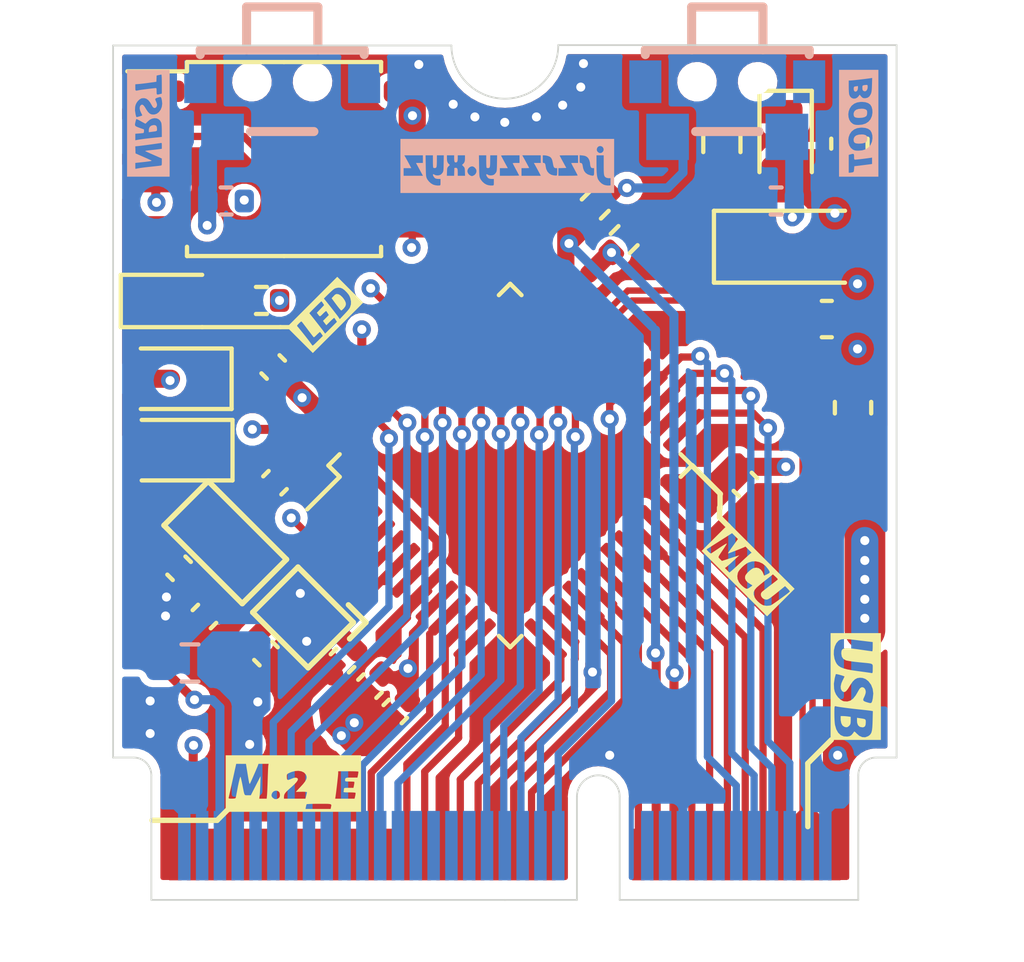
<source format=kicad_pcb>
(kicad_pcb (version 20211014) (generator pcbnew)
  (layers (0 "F.Cu" signal) (1 "In1.Cu" signal) (2 "In2.Cu" signal) (31 "B.Cu" signal) (34 "B.Paste" user) (35 "F.Paste" user) (36 "B.SilkS" user "B.Silkscreen") (37 "F.SilkS" user "F.Silkscreen") (38 "B.Mask" user) (39 "F.Mask" user) (44 "Edge.Cuts" user))
  (net 0 "")
  (net 1 "+3V3")
  (net 2 "GNDD")
  (net 3 "GNDA")
  (net 4 "/PC14")
  (net 5 "/PC15")
  (net 6 "/VBAT")
  (net 7 "/VBAT_IN")
  (net 8 "/PC13")
  (net 9 "Net-(D5-Pad1)")
  (net 10 "/USB_D+")
  (net 11 "/USB_D-")
  (net 12 "/PB12")
  (net 13 "/PB13")
  (net 14 "/PB11")
  (net 15 "/PB14")
  (net 16 "/PB10")
  (net 17 "/PB15")
  (net 18 "/PB2")
  (net 20 "/PB1")
  (net 22 "/PB0")
  (net 25 "/PA7")
  (net 26 "/PA8")
  (net 27 "/PA9")
  (net 28 "/PA6")
  (net 29 "/PA10")
  (net 30 "/PA5")
  (net 31 "/PA14")
  (net 32 "/PA15")
  (net 33 "/PA4")
  (net 35 "/PA3")
  (net 38 "/PA2")
  (net 40 "/PA1")
  (net 41 "/PB3")
  (net 43 "/PB4")
  (net 44 "/PA0")
  (net 45 "/PB5")
  (net 47 "/PB6")
  (net 50 "/PB7")
  (net 52 "/PB8")
  (net 53 "/PB9")
  (net 59 "/BOOT0")
  (net 60 "/NRST")
  (net 61 "/PF7")
  (net 62 "/PF6")
  (net 63 "/PF0")
  (net 64 "/PF1")
  (net 65 "/PA13")
  (net 66 "/CS")
  (net 71 "Net-(D3-Pad2)")
  (net 72 "+3.3VA")
  (footprint "Fuse:Fuse_0603_1608Metric" (layer "F.Cu") (at 144.8354 64.0842 90)
    (fp_text reference "F1" hide)
    (fp_text value "Fuse" hide)
  )
  (footprint "Capacitor_SMD:C_0402_1005Metric" (layer "F.Cu") (at 141.8128 66.2432 -45)
    (fp_text reference "C2" hide)
    (fp_text value "100NF" hide)
  )
  (footprint "Capacitor_SMD:C_0603_1608Metric" (layer "F.Cu") (at 144.0988 61.595 180)
    (fp_text reference "C11" hide)
    (fp_text value "10UF" hide)
  )
  (footprint "Capacitor_SMD:C_0402_1005Metric" (layer "F.Cu") (at 130.500589 71.190611 -135)
    (fp_text reference "C8" hide)
    (fp_text value "NOT DEFINE" hide)
  )
  (footprint "LED_SMD:LED_0603_1608Metric" (layer "F.Cu") (at 142.9431 56.6674 -90)
    (fp_text reference "D5" hide)
    (fp_text value "LED" hide)
  )
  (footprint "LOGO" (layer "F.Cu") (at 129.1128 74.6358)
    (fp_text reference "G***" hide)
    (fp_text value "LOGO" hide)
  )
  (footprint "LOGO" (layer "F.Cu") (at 130.0018 61.4786 45)
    (fp_text reference "G***" hide)
    (fp_text value "LOGO" hide)
  )
  (footprint "Resistor_SMD:R_0402_1005Metric" (layer "F.Cu") (at 128.2238 61.0722 180)
    (fp_text reference "R4" hide)
    (fp_text value "1K" hide)
  )
  (footprint "kicad_lceda:OSC-SMD_4P-L2.5-W2.0-BL.kicad_mod" (layer "F.Cu") (at 129.3922 69.977 135)
    (fp_text reference "X2" hide)
    (fp_text value "7R24000E12UBE" hide)
  )
  (footprint "Capacitor_SMD:C_0402_1005Metric" (layer "F.Cu") (at 126.6236 69.9516 -135)
    (fp_text reference "C9" hide)
    (fp_text value "NOT DEFINE" hide)
  )
  (footprint "Diode_SMD:D_SOD-323" (layer "F.Cu") (at 125.887 63.2714 180)
    (fp_text reference "D1" hide)
    (fp_text value "BAT60A" hide)
  )
  (footprint "Capacitor_SMD:C_0402_1005Metric" (layer "F.Cu") (at 131.983 72.6186 -135)
    (fp_text reference "C5" hide)
    (fp_text value "1UF" hide)
  )
  (footprint "LOGO" (layer "F.Cu") (at 141.889 68.6414 -45)
    (fp_text reference "G***" hide)
    (fp_text value "LOGO" hide)
  )
  (footprint "Connector_PCBEdge:NGFF_E" (layer "F.Cu") (at 135.0582 77.913)
    (fp_text reference "J1" hide)
    (fp_text value "Bus_M.2_Socket_E" hide)
    (fp_line (start 3.225 -2.9) (end 3.225 0) (layer "Edge.Cuts") (width 0.05))
    (fp_line (start 10.425 -4) (end 11 -4) (layer "Edge.Cuts") (width 0.05))
    (fp_line (start 0 0) (end 2.025 0) (layer "Edge.Cuts") (width 0.05))
    (fp_line (start 9.925 0) (end 9.925 -3.5) (layer "Edge.Cuts") (width 0.05))
    (fp_line (start 2.025 0) (end 2.025 -2.9) (layer "Edge.Cuts") (width 0.05))
    (fp_line (start -11 -4) (end -10.425 -4) (layer "Edge.Cuts") (width 0.05))
    (fp_line (start -9.925 -3.5) (end -9.925 0) (layer "Edge.Cuts") (width 0.05))
    (fp_line (start -9.925 0) (end 0 0) (layer "Edge.Cuts") (width 0.05))
    (fp_line (start 3.225 0) (end 9.925 0) (layer "Edge.Cuts") (width 0.05))
    (fp_arc (start -10.425 -4) (mid -10.071447 -3.853553) (end -9.925 -3.5) (layer "Edge.Cuts") (width 0.05))
    (fp_arc (start 2.025 -2.9) (mid 2.625 -3.5) (end 3.225 -2.9) (layer "Edge.Cuts") (width 0.05))
    (fp_arc (start 9.925 -3.5) (mid 10.071447 -3.853553) (end 10.425 -4) (layer "Edge.Cuts") (width 0.05))
  )
  (footprint "LED_SMD:LED_0603_1608Metric" (layer "F.Cu") (at 125.76 61.087)
    (fp_text reference "D3" hide)
    (fp_text value "LED" hide)
  )
  (footprint "kicad_lceda:FC-12M_L2.0-W1.2" (layer "F.Cu") (at 127.2078 67.8688 -45)
    (fp_text reference "X1" hide)
    (fp_text value "FC-12M32.768KHZ7PF20PPM" hide)
  )
  (footprint "LOGO" (layer "F.Cu") (at 144.9116 71.918 -90)
    (fp_text reference "G***" hide)
    (fp_text value "LOGO" hide)
  )
  (footprint "Diode_SMD:D_SOD-323" (layer "F.Cu") (at 125.9124 65.278 180)
    (fp_text reference "D2" hide)
    (fp_text value "BAT60A" hide)
  )
  (footprint "Package_SO:SOIC-8_5.23x5.23mm_P1.27mm" (layer "F.Cu") (at 128.8588 57.0992)
    (fp_text reference "U2" hide)
    (fp_text value "W25Q32JVSS" hide)
  )
  (footprint "Diode_SMD:D_SMF" (layer "F.Cu") (at 143.2098 59.563)
    (fp_text reference "D4" hide)
    (fp_text value "BZD27Cxx" hide)
  )
  (footprint "Resistor_SMD:R_0402_1005Metric" (layer "F.Cu") (at 138.4092 59.3598 45)
    (fp_text reference "R6" hide)
    (fp_text value "0" hide)
  )
  (footprint "Package_QFP:LQFP-48_7x7mm_P0.5mm" (layer "F.Cu") (at 135.2088 65.7098 45)
    (fp_text reference "U1" hide)
    (fp_text value "STM32F030C6Tx" hide)
  )
  (footprint "Capacitor_SMD:C_0402_1005Metric" (layer "F.Cu") (at 128.6048 66.1924 -135)
    (fp_text reference "C6" hide)
    (fp_text value "1UF" hide)
  )
  (footprint "Capacitor_SMD:C_0402_1005Metric" (layer "F.Cu") (at 128.554 62.9412 135)
    (fp_text reference "C3" hide)
    (fp_text value "4.7UF" hide)
  )
  (footprint "Resistor_SMD:R_0402_1005Metric" (layer "F.Cu") (at 137.5964 58.3946 45)
    (fp_text reference "R5" hide)
    (fp_text value "0" hide)
  )
  (footprint "Capacitor_SMD:C_0603_1608Metric" (layer "F.Cu") (at 144.7338 56.6674 90)
    (fp_text reference "C1" hide)
    (fp_text value "10UF" hide)
  )
  (footprint "Capacitor_SMD:C_0402_1005Metric" (layer "F.Cu") (at 128.3508 70.993 -45)
    (fp_text reference "C10" hide)
    (fp_text value "NOT DEFINE" hide)
  )
  (footprint "Capacitor_SMD:C_0402_1005Metric" (layer "F.Cu") (at 125.9124 68.596189 -45)
    (fp_text reference "C7" hide)
    (fp_text value "NOT DEFINE" hide)
  )
  (footprint "Capacitor_SMD:C_0402_1005Metric" (layer "F.Cu") (at 131.2718 71.9074 -135)
    (fp_text reference "C4" hide)
    (fp_text value "10NF" hide)
  )
  (footprint "Resistor_SMD:R_0603_1608Metric" (layer "F.Cu") (at 141.1524 56.6674 -90)
    (fp_text reference "R7" hide)
    (fp_text value "1K" hide)
  )
  (footprint "Resistor_SMD:R_0402_1005Metric" (layer "B.Cu") (at 142.6764 58.2782 180)
    (fp_text reference "R1" hide)
    (fp_text value "4.7K" hide)
  )
  (footprint "kicad_lceda:SW-SMD_TS24CA" (layer "B.Cu") (at 128.807997 55.7022 180)
    (fp_text reference "SW2" hide)
    (fp_text value "TS24CA" hide)
  )
  (footprint "LOGO" (layer "B.Cu") (at 135.1326 57.2876 180)
    (fp_text reference "G***" hide)
    (fp_text value "LOGO" hide)
  )
  (footprint "Resistor_SMD:R_0402_1005Metric" (layer "B.Cu") (at 127.2332 58.2782 180)
    (fp_text reference "R3" hide)
    (fp_text value "4.7K" hide)
  )
  (footprint "kicad_lceda:SW-SMD_TS24CA" (layer "B.Cu") (at 141.304797 55.7022 180)
    (fp_text reference "SW1" hide)
    (fp_text value "TS24CA" hide)
  )
  (footprint "LOGO" (layer "B.Cu") (at 144.9878 56.0938 -90)
    (fp_text reference "G***" hide)
    (fp_text value "LOGO" hide)
  )
  (footprint "Resistor_SMD:R_0603_1608Metric" (layer "B.Cu") (at 126.2172 71.2576 180)
    (fp_text reference "R2" hide)
    (fp_text value "0R" hide)
  )
  (footprint "LOGO" (layer "B.Cu") (at 125.0488 56.093761 90)
    (fp_text reference "G***" hide)
    (fp_text value "LOGO" hide)
  )
  (gr_line (start 144.2258 73.4166) (end 143.5654 74.077) (layer "F.SilkS") (width 0.15))
  (gr_line (start 143.5654 74.077) (end 143.5654 75.855) (layer "F.SilkS") (width 0.15))
  (gr_line (start 141.0868 67.1682) (end 141.3302 67.4116) (layer "F.SilkS") (width 0.15))
  (gr_line (start 125.4806 75.6772) (end 125.1504 75.6772) (layer "F.SilkS") (width 0.15))
  (gr_line (start 141.1016 66.5205) (end 141.1016 66.9015) (layer "F.SilkS") (width 0.15))
  (gr_line (start 126.56 61.822) (end 128.7572 61.822) (layer "F.SilkS") (width 0.12))
  (gr_line (start 128.7572 61.822) (end 129.0112 61.822) (layer "F.SilkS") (width 0.12))
  (gr_line (start 126.9792 75.6772) (end 127.3348 75.3216) (layer "F.SilkS") (width 0.15))
  (gr_line (start 125.4806 75.6772) (end 126.9792 75.6772) (layer "F.SilkS") (width 0.15))
  (gr_line (start 141.0868 66.8888) (end 141.0868 67.1682) (layer "F.SilkS") (width 0.15))
  (gr_line (start 140.314111 65.7098) (end 141.112111 66.5078) (layer "F.SilkS") (width 0.15))
  (gr_line (start 124.0582 73.913) (end 124.0582 53.9094) (layer "Edge.Cuts") (width 0.05))
  (gr_line (start 146.0582 53.8988) (end 136.5582 53.8988) (layer "Edge.Cuts") (width 0.05))
  (gr_arc (start 136.5582 53.8988) (mid 135.063501 55.404398) (end 133.5582 53.9094) (layer "Edge.Cuts") (width 0.05))
  (gr_line (start 124.0582 53.9094) (end 133.5582 53.9094) (layer "Edge.Cuts") (width 0.05))
  (gr_line (start 146.0582 73.913) (end 146.0582 53.8988) (layer "Edge.Cuts") (width 0.05))
  (segment (start 125.2588 58.2998) (end 125.2588 57.7342) (width 0.254) (layer "F.Cu") (net 1))
  (segment (start 141.473389 65.903789) (end 141.631378 65.7458) (width 0.508) (layer "F.Cu") (net 1))
  (segment (start 125.6838 63.2714) (end 125.6584 63.2968) (width 0.254) (layer "F.Cu") (net 1))
  (segment (start 125.6584 63.2968) (end 125.6584 63.3222) (width 0.254) (layer "F.Cu") (net 1))
  (segment (start 124.837 63.2714) (end 125.6838 63.2714) (width 0.508) (layer "F.Cu") (net 1))
  (segment (start 141.631378 65.7458) (end 142.94908 65.7458) (width 0.508) (layer "F.Cu") (net 1))
  (segment (start 125.2774 58.3184) (end 125.2588 58.2998) (width 0.254) (layer "F.Cu") (net 1))
  (segment (start 132.4588 55.1942) (end 132.4588 56.4642) (width 0.762) (layer "F.Cu") (net 1))
  (segment (start 141.473389 65.903789) (end 141.534289 65.842889) (width 0.508) (layer "F.Cu") (net 1))
  (via (at 144.3274 58.6232) (size 0.508) (drill 0.254) (layers "F.Cu" "B.Cu") (net 1))
  (via (at 138.4854 57.912) (size 0.508) (drill 0.254) (layers "F.Cu" "B.Cu") (net 1))
  (via (at 127.7412 58.2528) (size 0.508) (drill 0.254) (layers "F.Cu" "B.Cu") (net 1))
  (via (at 125.2774 58.3184) (size 0.508) (drill 0.254) (layers "F.Cu" "B.Cu") (net 1))
  (via (at 132.3386 71.41) (size 0.508) (drill 0.254) (layers "F.Cu" "B.Cu") (net 1))
  (via (at 125.6584 63.3222) (size 0.508) (drill 0.254) (layers "F.Cu" "B.Cu") (net 1))
  (via (at 129.3668 63.8048) (size 0.508) (drill 0.254) (layers "F.Cu" "B.Cu") (net 1))
  (via (at 142.94908 65.7458) (size 0.508) (drill 0.254) (layers "F.Cu" "B.Cu") (net 1))
  (via (at 144.9624 60.6044) (size 0.508) (drill 0.254) (layers "F.Cu" "B.Cu") (net 1))
  (via (at 132.4656 55.88) (size 0.508) (drill 0.254) (layers "F.Cu" "B.Cu") (net 1))
  (via (at 144.9624 62.4332) (size 0.508) (drill 0.254) (layers "F.Cu" "B.Cu") (net 1))
  (segment (start 140.06145 57.47895) (end 140.06145 56.23305) (width 0.254) (layer "B.Cu") (net 1))
  (segment (start 138.4854 57.912) (end 139.6284 57.912) (width 0.254) (layer "B.Cu") (net 1))
  (segment (start 139.6284 57.912) (end 140.06145 57.47895) (width 0.254) (layer "B.Cu") (net 1))
  (via (at 125.5314 69.9368) (size 0.508) (drill 0.254) (layers "F.Cu" "B.Cu") (net 2))
  (via (at 135.0564 56.0684) (size 0.508) (drill 0.254) (layers "F.Cu" "B.Cu") (net 2))
  (via (at 138.0028 73.8484) (size 0.508) (drill 0.254) (layers "F.Cu" "B.Cu") (net 2))
  (via (at 132.6434 54.4428) (size 0.508) (drill 0.254) (layers "F.Cu" "B.Cu") (net 2))
  (via (at 137.5202 71.5116) (size 0.508) (drill 0.254) (layers "F.Cu" "B.Cu") (net 2))
  (via (at 137.2662 54.4174) (size 0.508) (drill 0.254) (layers "F.Cu" "B.Cu") (net 2))
  (via (at 129.316 69.3018) (size 0.508) (drill 0.254) (layers "F.Cu" "B.Cu") (net 2))
  (via (at 137.19 55.0778) (size 0.508) (drill 0.254) (layers "F.Cu" "B.Cu") (net 2))
  (via (at 129.4938 70.648) (size 0.508) (drill 0.254) (layers "F.Cu" "B.Cu") (net 2))
  (via (at 136.682 55.5858) (size 0.508) (drill 0.254) (layers "F.Cu" "B.Cu") (net 2))
  (via (at 135.9454 55.916) (size 0.508) (drill 0.254) (layers "F.Cu" "B.Cu") (net 2))
  (via (at 144.4036 73.8484) (size 0.508) (drill 0.254) (layers "F.Cu" "B.Cu") (net 2))
  (via (at 133.6086 55.5604) (size 0.508) (drill 0.254) (layers "F.Cu" "B.Cu") (net 2))
  (via (at 134.2182 55.916) (size 0.508) (drill 0.254) (layers "F.Cu" "B.Cu") (net 2))
  (via (at 125.5568 69.4034) (size 0.508) (drill 0.254) (layers "F.Cu" "B.Cu") (net 2))
  (segment (start 132.795798 69.183462) (end 132.787138 69.183462) (width 0.2032) (layer "F.Cu") (net 3))
  (via (at 127.8936 73.5436) (size 0.508) (drill 0.254) (layers "F.Cu" "B.Cu") (net 3))
  (via (at 130.468403 73.299003) (size 0.508) (drill 0.254) (layers "F.Cu" "B.Cu") (net 3))
  (via (at 130.831871 72.935535) (size 0.508) (drill 0.254) (layers "F.Cu" "B.Cu") (net 3))
  (via (at 128.1222 72.3498) (size 0.508) (drill 0.254) (layers "F.Cu" "B.Cu") (net 3))
  (segment (start 131.028031 67.415695) (end 130.498246 67.94548) (width 0.2032) (layer "F.Cu") (net 4))
  (segment (start 125.549822 68.256778) (end 125.598508 68.256778) (width 0.2032) (layer "F.Cu") (net 4))
  (segment (start 128.80848 67.94548) (end 127.6904 66.8274) (width 0.2032) (layer "F.Cu") (net 4))
  (segment (start 130.498246 67.94548) (end 128.80848 67.94548) (width 0.2032) (layer "F.Cu") (net 4))
  (segment (start 125.598508 68.256778) (end 126.597143 67.258143) (width 0.508) (layer "F.Cu") (net 4))
  (segment (start 127.027886 66.8274) (end 126.597143 67.258143) (width 0.2032) (layer "F.Cu") (net 4))
  (segment (start 127.6904 66.8274) (end 127.027886 66.8274) (width 0.2032) (layer "F.Cu") (net 4))
  (segment (start 130.875634 68.2752) (end 131.381585 67.769249) (width 0.2032) (layer "F.Cu") (net 5))
  (segment (start 127.818457 68.479457) (end 128.022714 68.2752) (width 0.2032) (layer "F.Cu") (net 5))
  (segment (start 127.818457 68.680543) (end 126.912211 69.586789) (width 0.508) (layer "F.Cu") (net 5))
  (segment (start 127.818457 68.479457) (end 127.818457 68.680543) (width 0.2032) (layer "F.Cu") (net 5))
  (segment (start 128.022714 68.2752) (end 130.875634 68.2752) (width 0.2032) (layer "F.Cu") (net 5))
  (segment (start 128.944211 65.852989) (end 128.699422 65.6082) (width 0.508) (layer "F.Cu") (net 6))
  (segment (start 127.2926 65.6082) (end 126.9624 65.278) (width 0.508) (layer "F.Cu") (net 6))
  (segment (start 126.937 65.2526) (end 126.9624 65.278) (width 0.254) (layer "F.Cu") (net 6))
  (segment (start 128.699422 65.6082) (end 127.2926 65.6082) (width 0.508) (layer "F.Cu") (net 6))
  (segment (start 126.937 63.2714) (end 126.937 65.2526) (width 0.508) (layer "F.Cu") (net 6))
  (segment (start 124.5408 65.5996) (end 124.8624 65.278) (width 0.254) (layer "F.Cu") (net 7))
  (segment (start 126.3442 72.289387) (end 126.334587 72.289387) (width 0.254) (layer "F.Cu") (net 7))
  (segment (start 124.5408 70.4956) (end 124.5408 65.5996) (width 0.254) (layer "F.Cu") (net 7))
  (segment (start 126.334587 72.289387) (end 124.5408 70.4956) (width 0.254) (layer "F.Cu") (net 7))
  (via (at 126.3442 72.289387) (size 0.508) (drill 0.254) (layers "F.Cu" "B.Cu") (net 7))
  (segment (start 127.0582 72.505) (end 127.0582 76.388) (width 0.254) (layer "B.Cu") (net 7))
  (segment (start 126.842587 72.289387) (end 127.0582 72.505) (width 0.254) (layer "B.Cu") (net 7))
  (segment (start 126.3442 72.289387) (end 126.842587 72.289387) (width 0.254) (layer "B.Cu") (net 7))
  (segment (start 130.12086 67.61576) (end 130.674478 67.062142) (width 0.2032) (layer "F.Cu") (net 8))
  (segment (start 126.3188 73.569) (end 126.3082 73.5796) (width 0.254) (layer "F.Cu") (net 8))
  (segment (start 126.3082 73.5796) (end 126.3082 76.638) (width 0.254) (layer "F.Cu") (net 8))
  (segment (start 129.49476 67.61576) (end 130.12086 67.61576) (width 0.2032) (layer "F.Cu") (net 8))
  (segment (start 129.062 67.183) (end 129.49476 67.61576) (width 0.2032) (layer "F.Cu") (net 8))
  (via (at 126.3188 73.569) (size 0.508) (drill 0.254) (layers "F.Cu" "B.Cu") (net 8))
  (via (at 128.7318 61.0722) (size 0.508) (drill 0.254) (layers "F.Cu" "B.Cu") (net 8))
  (via (at 129.062 67.183) (size 0.508) (drill 0.254) (layers "F.Cu" "B.Cu") (net 8))
  (segment (start 141.1524 55.8424) (end 142.9056 55.8424) (width 0.508) (layer "F.Cu") (net 9))
  (segment (start 142.9056 55.8424) (end 142.9431 55.8799) (width 0.508) (layer "F.Cu") (net 9))
  (segment (start 141.134066 60.7949) (end 143.6979 63.358734) (width 0.1778) (layer "F.Cu") (net 10))
  (segment (start 143.8082 75.550499) (end 143.8082 76.638) (width 0.1778) (layer "F.Cu") (net 10))
  (segment (start 137.424236 61.882585) (end 138.511921 60.7949) (width 0.1778) (layer "F.Cu") (net 10))
  (segment (start 143.6979 75.440199) (end 143.8082 75.550499) (width 0.1778) (layer "F.Cu") (net 10))
  (segment (start 143.6979 63.358734) (end 143.6979 75.440199) (width 0.1778) (layer "F.Cu") (net 10))
  (segment (start 137.268249 61.882585) (end 137.424236 61.882585) (width 0.1778) (layer "F.Cu") (net 10))
  (segment (start 138.511921 60.7949) (end 141.134066 60.7949) (width 0.1778) (layer "F.Cu") (net 10))
  (segment (start 141.018334 61.0743) (end 143.4185 63.474466) (width 0.1778) (layer "F.Cu") (net 11))
  (segment (start 138.627653 61.0743) (end 141.018334 61.0743) (width 0.1778) (layer "F.Cu") (net 11))
  (segment (start 143.3082 75.550499) (end 143.3082 76.638) (width 0.1778) (layer "F.Cu") (net 11))
  (segment (start 137.621802 62.236138) (end 137.621802 62.080151) (width 0.1778) (layer "F.Cu") (net 11))
  (segment (start 143.4185 75.440199) (end 143.3082 75.550499) (width 0.1778) (layer "F.Cu") (net 11))
  (segment (start 143.4185 63.474466) (end 143.4185 75.440199) (width 0.1778) (layer "F.Cu") (net 11))
  (segment (start 137.621802 62.080151) (end 138.627653 61.0743) (width 0.1778) (layer "F.Cu") (net 11))
  (segment (start 140.571088 64.2366) (end 140.096676 64.711012) (width 0.2032) (layer "F.Cu") (net 12))
  (segment (start 142.4473 64.6536) (end 142.0303 64.2366) (width 0.2032) (layer "F.Cu") (net 12))
  (segment (start 142.0303 64.2366) (end 140.571088 64.2366) (width 0.2032) (layer "F.Cu") (net 12))
  (via (at 142.4473 64.6536) (size 0.508) (drill 0.254) (layers "F.Cu" "B.Cu") (net 12))
  (segment (start 142.4478 64.6541) (end 142.4478 73.4568) (width 0.2032) (layer "B.Cu") (net 12))
  (segment (start 142.4478 73.4568) (end 143.0582 74.0672) (width 0.2032) (layer "B.Cu") (net 12))
  (segment (start 143.0582 74.0672) (end 143.0582 76.388) (width 0.2032) (layer "B.Cu") (net 12))
  (segment (start 142.4473 64.6536) (end 142.4478 64.6541) (width 0.2032) (layer "B.Cu") (net 12))
  (segment (start 141.812246 63.6016) (end 140.49898 63.6016) (width 0.2032) (layer "F.Cu") (net 13))
  (segment (start 141.965146 63.7545) (end 141.812246 63.6016) (width 0.2032) (layer "F.Cu") (net 13))
  (segment (start 140.49898 63.6016) (end 139.743122 64.357458) (width 0.2032) (layer "F.Cu") (net 13))
  (via (at 141.965146 63.7545) (size 0.508) (drill 0.254) (layers "F.Cu" "B.Cu") (net 13))
  (segment (start 141.965146 63.7545) (end 141.9652 63.754554) (width 0.2032) (layer "B.Cu") (net 13))
  (segment (start 142.5582 74.2022) (end 142.5582 76.388) (width 0.2032) (layer "B.Cu") (net 13))
  (segment (start 141.9652 63.754554) (end 141.9652 73.6092) (width 0.2032) (layer "B.Cu") (net 13))
  (segment (start 141.9652 73.6092) (end 142.5582 74.2022) (width 0.2032) (layer "B.Cu") (net 13))
  (segment (start 139.403895 67.415695) (end 142.3082 70.32) (width 0.2032) (layer "F.Cu") (net 14))
  (segment (start 142.3082 70.32) (end 142.3082 76.638) (width 0.2032) (layer "F.Cu") (net 14))
  (segment (start 139.389569 67.415695) (end 139.403895 67.415695) (width 0.2032) (layer "F.Cu") (net 14))
  (segment (start 141.2286 63.119) (end 140.2634 63.119) (width 0.2032) (layer "F.Cu") (net 15))
  (segment (start 140.2634 63.119) (end 139.389569 63.992831) (width 0.2032) (layer "F.Cu") (net 15))
  (segment (start 139.389569 63.992831) (end 139.389569 64.003905) (width 0.2032) (layer "F.Cu") (net 15))
  (via (at 141.2286 63.119) (size 0.508) (drill 0.254) (layers "F.Cu" "B.Cu") (net 15))
  (segment (start 141.432289 73.787489) (end 142.0582 74.4134) (width 0.2032) (layer "B.Cu") (net 15))
  (segment (start 141.2286 63.119) (end 141.432289 63.322689) (width 0.2032) (layer "B.Cu") (net 15))
  (segment (start 141.432289 63.322689) (end 141.432289 73.787489) (width 0.2032) (layer "B.Cu") (net 15))
  (segment (start 142.0582 74.4134) (end 142.0582 76.388) (width 0.2032) (layer "B.Cu") (net 15))
  (segment (start 139.036015 67.769249) (end 139.046249 67.769249) (width 0.2032) (layer "F.Cu") (net 16))
  (segment (start 139.046249 67.769249) (end 141.8082 70.5312) (width 0.2032) (layer "F.Cu") (net 16))
  (segment (start 141.8082 70.5312) (end 141.8082 76.638) (width 0.2032) (layer "F.Cu") (net 16))
  (segment (start 140.5428 62.6369) (end 140.5179 62.6618) (width 0.2032) (layer "F.Cu") (net 17))
  (segment (start 139.036015 63.635185) (end 139.036015 63.650351) (width 0.2032) (layer "F.Cu") (net 17))
  (segment (start 140.5179 62.6618) (end 140.0094 62.6618) (width 0.2032) (layer "F.Cu") (net 17))
  (segment (start 140.0094 62.6618) (end 139.036015 63.635185) (width 0.2032) (layer "F.Cu") (net 17))
  (via (at 140.5428 62.6369) (size 0.508) (drill 0.254) (layers "F.Cu" "B.Cu") (net 17))
  (segment (start 140.746489 73.889089) (end 141.5582 74.7008) (width 0.2032) (layer "B.Cu") (net 17))
  (segment (start 141.5582 74.7008) (end 141.5582 76.388) (width 0.2032) (layer "B.Cu") (net 17))
  (segment (start 140.5428 62.6369) (end 140.746489 62.840589) (width 0.2032) (layer "B.Cu") (net 17))
  (segment (start 140.746489 62.840589) (end 140.746489 73.889089) (width 0.2032) (layer "B.Cu") (net 17))
  (segment (start 138.682462 68.122802) (end 141.3082 70.74854) (width 0.2032) (layer "F.Cu") (net 18))
  (segment (start 141.3082 70.74854) (end 141.3082 76.638) (width 0.2032) (layer "F.Cu") (net 18))
  (segment (start 138.328909 68.476355) (end 140.8082 70.955646) (width 0.2032) (layer "F.Cu") (net 20))
  (segment (start 140.8082 70.955646) (end 140.8082 76.638) (width 0.2032) (layer "F.Cu") (net 20))
  (segment (start 137.975355 68.829909) (end 137.975355 68.831955) (width 0.2032) (layer "F.Cu") (net 22))
  (segment (start 140.3082 71.1648) (end 140.3082 76.638) (width 0.2032) (layer "F.Cu") (net 22))
  (segment (start 137.975355 68.831955) (end 140.3082 71.1648) (width 0.2032) (layer "F.Cu") (net 22))
  (segment (start 137.621802 69.183462) (end 138.8082 70.36986) (width 0.2032) (layer "F.Cu") (net 25))
  (segment (start 138.8082 70.36986) (end 138.8082 76.638) (width 0.2032) (layer "F.Cu") (net 25))
  (segment (start 138.0028 63.97646) (end 138.682462 63.296798) (width 0.2032) (layer "F.Cu") (net 26))
  (segment (start 138.0028 64.3996) (end 138.0028 63.97646) (width 0.2032) (layer "F.Cu") (net 26))
  (via (at 138.0028 64.3996) (size 0.508) (drill 0.254) (layers "F.Cu" "B.Cu") (net 26))
  (segment (start 138.0536 64.4504) (end 138.0536 72.3244) (width 0.2032) (layer "B.Cu") (net 26))
  (segment (start 136.5582 73.8198) (end 136.5582 76.388) (width 0.2032) (layer "B.Cu") (net 26))
  (segment (start 138.0028 64.3996) (end 138.0536 64.4504) (width 0.2032) (layer "B.Cu") (net 26))
  (segment (start 138.0536 72.3244) (end 136.5582 73.8198) (width 0.2032) (layer "B.Cu") (net 26))
  (segment (start 137.039592 64.232562) (end 138.328909 62.943245) (width 0.2032) (layer "F.Cu") (net 27))
  (segment (start 137.039592 64.901705) (end 137.039592 64.232562) (width 0.2032) (layer "F.Cu") (net 27))
  (via (at 137.039592 64.901705) (size 0.508) (drill 0.254) (layers "F.Cu" "B.Cu") (net 27))
  (segment (start 137.0122 72.5678) (end 136.0582 73.5218) (width 0.2032) (layer "B.Cu") (net 27))
  (segment (start 137.0122 64.929097) (end 137.0122 72.5678) (width 0.2032) (layer "B.Cu") (net 27))
  (segment (start 137.039592 64.901705) (end 137.0122 64.929097) (width 0.2032) (layer "B.Cu") (net 27))
  (segment (start 136.0582 73.5218) (end 136.0582 76.388) (width 0.2032) (layer "B.Cu") (net 27))
  (segment (start 135.8082 74.8894) (end 135.8082 76.638) (width 0.2032) (layer "F.Cu") (net 28))
  (segment (start 137.268249 69.537015) (end 137.268249 69.547249) (width 0.2032) (layer "F.Cu") (net 28))
  (segment (start 138.4092 70.6882) (end 138.4092 72.2884) (width 0.2032) (layer "F.Cu") (net 28))
  (segment (start 137.268249 69.547249) (end 138.4092 70.6882) (width 0.2032) (layer "F.Cu") (net 28))
  (segment (start 138.4092 72.2884) (end 135.8082 74.8894) (width 0.2032) (layer "F.Cu") (net 28))
  (segment (start 136.556284 64.4906) (end 136.556284 64.008762) (width 0.2032) (layer "F.Cu") (net 29))
  (segment (start 136.556284 64.008762) (end 137.975355 62.589691) (width 0.2032) (layer "F.Cu") (net 29))
  (via (at 136.556284 64.4906) (size 0.508) (drill 0.254) (layers "F.Cu" "B.Cu") (net 29))
  (segment (start 135.51079 73.35801) (end 135.51079 76.34059) (width 0.2032) (layer "B.Cu") (net 29))
  (segment (start 136.555 64.491884) (end 136.555 72.3138) (width 0.2032) (layer "B.Cu") (net 29))
  (segment (start 136.556284 64.4906) (end 136.555 64.491884) (width 0.2032) (layer "B.Cu") (net 29))
  (segment (start 135.51079 76.34059) (end 135.5582 76.388) (width 0.2032) (layer "B.Cu") (net 29))
  (segment (start 136.555 72.3138) (end 135.51079 73.35801) (width 0.2032) (layer "B.Cu") (net 29))
  (segment (start 138.0282 71.004074) (end 138.0282 72.0598) (width 0.2032) (layer "F.Cu") (net 30))
  (segment (start 135.3082 74.7798) (end 135.3082 76.638) (width 0.2032) (layer "F.Cu") (net 30))
  (segment (start 138.0282 72.0598) (end 135.3082 74.7798) (width 0.2032) (layer "F.Cu") (net 30))
  (segment (start 136.914695 69.890569) (end 138.0282 71.004074) (width 0.2032) (layer "F.Cu") (net 30))
  (segment (start 136.047 62.6618) (end 134.210012 60.824812) (width 0.2032) (layer "F.Cu") (net 31))
  (segment (start 134.210012 60.824812) (end 134.210012 60.821924) (width 0.2032) (layer "F.Cu") (net 31))
  (segment (start 136.0216 64.8462) (end 136.047 64.8208) (width 0.2032) (layer "F.Cu") (net 31))
  (segment (start 136.047 64.8208) (end 136.047 62.6618) (width 0.2032) (layer "F.Cu") (net 31))
  (via (at 136.0216 64.8462) (size 0.508) (drill 0.254) (layers "F.Cu" "B.Cu") (net 31))
  (segment (start 136.0216 64.8462) (end 136.0216 72.0344) (width 0.2032) (layer "B.Cu") (net 31))
  (segment (start 135.028679 76.358479) (end 135.0582 76.388) (width 0.2032) (layer "B.Cu") (net 31))
  (segment (start 136.0216 72.0344) (end 135.028679 73.027321) (width 0.2032) (layer "B.Cu") (net 31))
  (segment (start 135.028679 73.027321) (end 135.028679 76.358479) (width 0.2032) (layer "B.Cu") (net 31))
  (segment (start 135.49384 62.81286) (end 133.856458 61.175478) (width 0.2032) (layer "F.Cu") (net 32))
  (segment (start 135.49384 64.493975) (end 135.49384 62.81286) (width 0.2032) (layer "F.Cu") (net 32))
  (via (at 135.49384 64.493975) (size 0.508) (drill 0.254) (layers "F.Cu" "B.Cu") (net 32))
  (segment (start 134.548889 76.378689) (end 134.5582 76.388) (width 0.2032) (layer "B.Cu") (net 32))
  (segment (start 135.49384 71.90176) (end 134.548889 72.846711) (width 0.2032) (layer "B.Cu") (net 32))
  (segment (start 135.49384 64.493975) (end 135.49384 71.90176) (width 0.2032) (layer "B.Cu") (net 32))
  (segment (start 134.548889 72.846711) (end 134.548889 76.378689) (width 0.2032) (layer "B.Cu") (net 32))
  (segment (start 136.561142 70.244122) (end 137.032198 70.715178) (width 0.2032) (layer "F.Cu") (net 33))
  (segment (start 137.0122 71.158656) (end 137.0122 71.9328) (width 0.2032) (layer "F.Cu") (net 33))
  (segment (start 137.0122 71.9328) (end 134.3082 74.6368) (width 0.2032) (layer "F.Cu") (net 33))
  (segment (start 137.032198 71.138658) (end 137.0122 71.158656) (width 0.2032) (layer "F.Cu") (net 33))
  (segment (start 134.3082 74.6368) (end 134.3082 76.638) (width 0.2032) (layer "F.Cu") (net 33))
  (segment (start 137.032198 70.715178) (end 137.032198 71.138658) (width 0.2032) (layer "F.Cu") (net 33))
  (segment (start 136.207588 70.597676) (end 136.6312 71.021288) (width 0.2032) (layer "F.Cu") (net 35))
  (segment (start 136.6312 71.021288) (end 136.6312 71.7042) (width 0.2032) (layer "F.Cu") (net 35))
  (segment (start 133.8082 74.5272) (end 133.8082 76.638) (width 0.2032) (layer "F.Cu") (net 35))
  (segment (start 136.6312 71.7042) (end 133.8082 74.5272) (width 0.2032) (layer "F.Cu") (net 35))
  (segment (start 132.8082 74.308) (end 132.8082 76.638) (width 0.2032) (layer "F.Cu") (net 38))
  (segment (start 133.761 73.3552) (end 132.8082 74.308) (width 0.2032) (layer "F.Cu") (net 38))
  (segment (start 134.210012 70.597676) (end 133.761 71.046688) (width 0.2032) (layer "F.Cu") (net 38))
  (segment (start 133.761 71.046688) (end 133.761 73.3552) (width 0.2032) (layer "F.Cu") (net 38))
  (segment (start 132.3082 74.0968) (end 132.3082 76.638) (width 0.2032) (layer "F.Cu") (net 40))
  (segment (start 133.385402 70.708198) (end 133.385402 73.019598) (width 0.2032) (layer "F.Cu") (net 40))
  (segment (start 133.849478 70.244122) (end 133.385402 70.708198) (width 0.2032) (layer "F.Cu") (net 40))
  (segment (start 133.385402 73.019598) (end 132.3082 74.0968) (width 0.2032) (layer "F.Cu") (net 40))
  (segment (start 133.856458 70.244122) (end 133.849478 70.244122) (width 0.2032) (layer "F.Cu") (net 40))
  (segment (start 131.2972 57.7342) (end 130.7384 58.293) (width 0.2032) (layer "F.Cu") (net 41))
  (segment (start 132.4588 57.7342) (end 131.2972 57.7342) (width 0.2032) (layer "F.Cu") (net 41))
  (segment (start 133.502905 61.540105) (end 133.502905 61.529031) (width 0.2032) (layer "F.Cu") (net 41))
  (segment (start 130.7384 58.764526) (end 133.502905 61.529031) (width 0.2032) (layer "F.Cu") (net 41))
  (segment (start 134.946607 62.983807) (end 133.502905 61.540105) (width 0.2032) (layer "F.Cu") (net 41))
  (segment (start 134.946607 64.815114) (end 134.946607 62.983807) (width 0.2032) (layer "F.Cu") (net 41))
  (segment (start 130.7384 58.293) (end 130.7384 58.764526) (width 0.2032) (layer "F.Cu") (net 41))
  (via (at 134.946607 64.815114) (size 0.508) (drill 0.254) (layers "F.Cu" "B.Cu") (net 41))
  (segment (start 134.946607 64.815114) (end 134.946607 71.737793) (width 0.2032) (layer "B.Cu") (net 41))
  (segment (start 134.946607 71.737793) (end 132.0582 74.6262) (width 0.2032) (layer "B.Cu") (net 41))
  (segment (start 132.0582 74.6262) (end 132.0582 76.388) (width 0.2032) (layer "B.Cu") (net 41))
  (segment (start 134.394833 63.128067) (end 133.149351 61.882585) (width 0.2032) (layer "F.Cu") (net 43))
  (segment (start 127.730966 56.4642) (end 133.149351 61.882585) (width 0.2032) (layer "F.Cu") (net 43))
  (segment (start 134.394833 64.501843) (end 134.394833 63.128067) (width 0.2032) (layer "F.Cu") (net 43))
  (segment (start 125.2588 56.4642) (end 127.730966 56.4642) (width 0.2032) (layer "F.Cu") (net 43))
  (via (at 134.394833 64.501843) (size 0.508) (drill 0.254) (layers "F.Cu" "B.Cu") (net 43))
  (segment (start 131.5582 74.415) (end 131.5582 76.388) (width 0.2032) (layer "B.Cu") (net 43))
  (segment (start 134.394833 64.501843) (end 134.394833 71.578367) (width 0.2032) (layer "B.Cu") (net 43))
  (segment (start 134.394833 71.578367) (end 131.5582 74.415) (width 0.2032) (layer "B.Cu") (net 43))
  (segment (start 133.502905 69.890569) (end 132.9482 70.445274) (width 0.2032) (layer "F.Cu") (net 44))
  (segment (start 131.3082 74.3348) (end 131.3082 76.638) (width 0.2032) (layer "F.Cu") (net 44))
  (segment (start 132.9482 70.445274) (end 132.9482 72.6948) (width 0.2032) (layer "F.Cu") (net 44))
  (segment (start 132.9482 72.6948) (end 131.3082 74.3348) (width 0.2032) (layer "F.Cu") (net 44))
  (segment (start 133.853097 63.293437) (end 132.795798 62.236138) (width 0.2032) (layer "F.Cu") (net 45))
  (segment (start 132.4588 59.5698) (end 132.4588 59.0042) (width 0.2032) (layer "F.Cu") (net 45))
  (segment (start 133.853097 64.83217) (end 133.853097 63.293437) (width 0.2032) (layer "F.Cu") (net 45))
  (segment (start 132.4402 59.5884) (end 132.4588 59.5698) (width 0.2032) (layer "F.Cu") (net 45))
  (segment (start 131.29106 60.7314) (end 132.795798 62.236138) (width 0.2032) (layer "F.Cu") (net 45))
  (via (at 133.853097 64.83217) (size 0.508) (drill 0.254) (layers "F.Cu" "B.Cu") (net 45))
  (via (at 131.29106 60.7314) (size 0.508) (drill 0.254) (layers "F.Cu" "B.Cu") (net 45))
  (via (at 132.4402 59.5884) (size 0.508) (drill 0.254) (layers "F.Cu" "B.Cu") (net 45))
  (segment (start 133.853097 64.83217) (end 133.853097 71.332703) (width 0.2032) (layer "B.Cu") (net 45))
  (segment (start 133.853097 71.332703) (end 131.0582 74.1276) (width 0.2032) (layer "B.Cu") (net 45))
  (segment (start 131.0582 74.1276) (end 131.0582 76.388) (width 0.2032) (layer "B.Cu") (net 45))
  (segment (start 132.442245 62.589691) (end 133.308309 63.455755) (width 0.2032) (layer "F.Cu") (net 47))
  (segment (start 133.308309 63.455755) (end 133.308309 64.506901) (width 0.2032) (layer "F.Cu") (net 47))
  (via (at 133.308309 64.506901) (size 0.508) (drill 0.254) (layers "F.Cu" "B.Cu") (net 47))
  (segment (start 130.5582 73.891) (end 130.5582 76.388) (width 0.2032) (layer "B.Cu") (net 47))
  (segment (start 133.308309 64.506901) (end 133.308309 71.140891) (width 0.2032) (layer "B.Cu") (net 47))
  (segment (start 133.308309 71.140891) (end 130.5582 73.891) (width 0.2032) (layer "B.Cu") (net 47))
  (segment (start 132.7958 63.6524) (end 132.81305 63.66965) (width 0.2032) (layer "F.Cu") (net 50))
  (segment (start 132.81305 63.66965) (end 132.81305 64.903527) (width 0.2032) (layer "F.Cu") (net 50))
  (segment (start 132.559748 63.414302) (end 132.559748 63.416348) (width 0.2032) (layer "F.Cu") (net 50))
  (segment (start 132.088691 62.943245) (end 132.559748 63.414302) (width 0.2032) (layer "F.Cu") (net 50))
  (segment (start 132.559748 63.416348) (end 132.7958 63.6524) (width 0.2032) (layer "F.Cu") (net 50))
  (via (at 132.81305 64.903527) (size 0.508) (drill 0.254) (layers "F.Cu" "B.Cu") (net 50))
  (segment (start 129.5582 73.4686) (end 129.5582 76.388) (width 0.2032) (layer "B.Cu") (net 50))
  (segment (start 132.81305 70.21375) (end 129.5582 73.4686) (width 0.2032) (layer "B.Cu") (net 50))
  (segment (start 132.81305 64.903527) (end 132.81305 70.21375) (width 0.2032) (layer "B.Cu") (net 50))
  (segment (start 132.237236 64.506002) (end 131.381585 63.650351) (width 0.2032) (layer "F.Cu") (net 52))
  (segment (start 132.318512 64.506002) (end 132.237236 64.506002) (width 0.2032) (layer "F.Cu") (net 52))
  (via (at 132.318512 64.506002) (size 0.508) (drill 0.254) (layers "F.Cu" "B.Cu") (net 52))
  (segment (start 132.305246 64.519268) (end 132.305246 69.934154) (width 0.2032) (layer "B.Cu") (net 52))
  (segment (start 132.318512 64.506002) (end 132.305246 64.519268) (width 0.2032) (layer "B.Cu") (net 52))
  (segment (start 129.0582 73.1812) (end 129.0582 76.388) (width 0.2032) (layer "B.Cu") (net 52))
  (segment (start 132.305246 69.934154) (end 129.0582 73.1812) (width 0.2032) (layer "B.Cu") (net 52))
  (segment (start 131.8052 64.781074) (end 131.028031 64.003905) (width 0.2032) (layer "F.Cu") (net 53))
  (segment (start 131.8052 64.9478) (end 131.8052 64.781074) (width 0.2032) (layer "F.Cu") (net 53))
  (via (at 131.8052 64.9478) (size 0.508) (drill 0.254) (layers "F.Cu" "B.Cu") (net 53))
  (segment (start 131.8052 64.9478) (end 131.8052 69.6722) (width 0.2032) (layer "B.Cu") (net 53))
  (segment (start 131.8052 69.6722) (end 128.5582 72.9192) (width 0.2032) (layer "B.Cu") (net 53))
  (segment (start 128.5582 72.9192) (end 128.5582 76.388) (width 0.2032) (layer "B.Cu") (net 53))
  (segment (start 131.0432 61.885) (end 131.0432 62.60486) (width 0.254) (layer "F.Cu") (net 59))
  (segment (start 131.0432 62.60486) (end 131.735138 63.296798) (width 0.254) (layer "F.Cu") (net 59))
  (via (at 143.1336 58.7354) (size 0.508) (drill 0.254) (layers "F.Cu" "B.Cu") (net 59))
  (via (at 131.0432 61.885) (size 0.508) (drill 0.254) (layers "F.Cu" "B.Cu") (net 59))
  (segment (start 143.2098 58.6592) (end 143.2098 58.4982) (width 0.508) (layer "B.Cu") (net 59))
  (segment (start 143.1844 56.4629) (end 143.1844 58.0116) (width 0.508) (layer "B.Cu") (net 59))
  (segment (start 143.1336 58.7354) (end 143.2098 58.6592) (width 0.508) (layer "B.Cu") (net 59))
  (segment (start 130.0526 65.7098) (end 129.0366 64.6938) (width 0.254) (layer "F.Cu") (net 60))
  (segment (start 129.0366 64.6938) (end 127.9698 64.6938) (width 0.254) (layer "F.Cu") (net 60))
  (segment (start 133.1514 68.120754) (end 133.1514 67.818) (width 0.254) (layer "F.Cu") (net 60))
  (segment (start 132.442245 68.829909) (end 133.1514 68.120754) (width 0.254) (layer "F.Cu") (net 60))
  (segment (start 133.1514 67.818) (end 131.0432 65.7098) (width 0.254) (layer "F.Cu") (net 60))
  (segment (start 131.0432 65.7098) (end 130.0526 65.7098) (width 0.254) (layer "F.Cu") (net 60))
  (via (at 127.9698 64.6938) (size 0.508) (drill 0.254) (layers "F.Cu" "B.Cu") (net 60))
  (via (at 126.6998 58.964) (size 0.508) (drill 0.254) (layers "F.Cu" "B.Cu") (net 60))
  (segment (start 126.7232 56.885297) (end 127.131597 56.4769) (width 0.508) (layer "B.Cu") (net 60))
  (segment (start 126.6998 58.964) (end 126.6998 57.946) (width 0.508) (layer "B.Cu") (net 60))
  (segment (start 126.6998 57.946) (end 126.7232 57.9226) (width 0.508) (layer "B.Cu") (net 60))
  (segment (start 126.7232 57.9226) (end 126.7232 56.885297) (width 0.508) (layer "B.Cu") (net 60))
  (segment (start 139.3082 70.9961) (end 139.3082 76.638) (width 0.254) (layer "F.Cu") (net 61))
  (segment (start 139.2903 70.9782) (end 139.3082 70.9961) (width 0.2032) (layer "F.Cu") (net 61))
  (via (at 136.8598 59.472) (size 0.508) (drill 0.254) (layers "F.Cu" "B.Cu") (net 61))
  (via (at 139.2903 70.9782) (size 0.508) (drill 0.254) (layers "F.Cu" "B.Cu") (net 61))
  (segment (start 136.8598 59.472) (end 139.1966 61.8088) (width 0.254) (layer "B.Cu") (net 61))
  (segment (start 139.2903 61.9025) (end 139.2903 70.9782) (width 0.254) (layer "B.Cu") (net 61))
  (segment (start 139.1966 61.8088) (end 139.2903 61.9025) (width 0.2032) (layer "B.Cu") (net 61))
  (segment (start 138.0176 59.726) (end 138.0536 59.726) (width 0.508) (layer "F.Cu") (net 62))
  (segment (start 138.0536 59.725448) (end 138.048576 59.720424) (width 0.508) (layer "F.Cu") (net 62))
  (segment (start 139.8261 71.537) (end 139.8082 71.5549) (width 0.254) (layer "F.Cu") (net 62))
  (segment (start 138.0536 59.726) (end 138.0536 59.725448) (width 0.508) (layer "F.Cu") (net 62))
  (segment (start 139.8082 71.5549) (end 139.8082 76.638) (width 0.254) (layer "F.Cu") (net 62))
  (segment (start 136.561142 61.175478) (end 136.568122 61.175478) (width 0.2032) (layer "F.Cu") (net 62))
  (segment (start 137.4186 60.325) (end 138.0176 59.726) (width 0.508) (layer "F.Cu") (net 62))
  (segment (start 136.568122 61.175478) (end 137.4186 60.325) (width 0.2032) (layer "F.Cu") (net 62))
  (via (at 139.8261 71.537) (size 0.508) (drill 0.254) (layers "F.Cu" "B.Cu") (net 62))
  (via (at 138.0536 59.726) (size 0.508) (drill 0.254) (layers "F.Cu" "B.Cu") (net 62))
  (segment (start 139.8261 71.537) (end 139.8062 71.5171) (width 0.254) (layer "B.Cu") (net 62))
  (segment (start 139.8062 71.5171) (end 139.8062 61.4786) (width 0.254) (layer "B.Cu") (net 62))
  (segment (start 139.8062 61.4786) (end 138.0536 59.726) (width 0.254) (layer "B.Cu") (net 62))
  (segment (start 131.735138 68.122802) (end 130.97314 68.8848) (width 0.2032) (layer "F.Cu") (net 63))
  (segment (start 130.97314 68.8848) (end 129.6716 68.8848) (width 0.2032) (layer "F.Cu") (net 63))
  (segment (start 129.01168 68.60492) (end 128.4016 69.215) (width 0.2032) (layer "F.Cu") (net 63))
  (segment (start 128.011389 70.578297) (end 128.720449 69.869237) (width 0.508) (layer "F.Cu") (net 63))
  (segment (start 128.011389 70.653589) (end 128.011389 70.578297) (width 0.2032) (layer "F.Cu") (net 63))
  (segment (start 128.4016 69.215) (end 128.4016 69.550388) (width 0.2032) (layer "F.Cu") (net 63))
  (segment (start 129.6716 68.8848) (end 129.39172 68.60492) (width 0.2032) (layer "F.Cu") (net 63))
  (segment (start 128.4016 69.550388) (end 128.720449 69.869237) (width 0.2032) (layer "F.Cu") (net 63))
  (segment (start 129.39172 68.60492) (end 129.01168 68.60492) (width 0.2032) (layer "F.Cu") (net 63))
  (segment (start 132.086645 68.476355) (end 132.088691 68.476355) (width 0.2032) (layer "F.Cu") (net 64))
  (segment (start 130.900011 70.856789) (end 130.835977 70.856789) (width 0.2032) (layer "F.Cu") (net 64))
  (segment (start 130.063951 70.084763) (end 130.478237 70.084763) (width 0.2032) (layer "F.Cu") (net 64))
  (segment (start 130.835977 70.856789) (end 130.063951 70.084763) (width 0.508) (layer "F.Cu") (net 64))
  (segment (start 130.478237 70.084763) (end 132.086645 68.476355) (width 0.2032) (layer "F.Cu") (net 64))
  (segment (start 126.5475 61.087) (end 127.699 61.087) (width 0.762) (layer "F.Cu") (net 71))
  (segment (start 127.699 61.087) (end 127.7138 61.0722) (width 0.762) (layer "F.Cu") (net 71))
  (segment (start 145.169687 70.328511) (end 145.169687 65.205991) (width 1.143) (layer "F.Cu") (net 72))
  (segment (start 144.835397 64.871703) (end 144.8354 64.8717) (width 0.762) (layer "F.Cu") (net 72))
  (segment (start 145.169687 65.205991) (end 144.835397 64.871702) (width 1.143) (layer "F.Cu") (net 72))
  (via (at 145.1656 70.002403) (size 0.508) (drill 0.254) (layers "F.Cu" "B.Cu") (net 72))
  (via (at 145.1656 68.376803) (size 0.508) (drill 0.254) (layers "F.Cu" "B.Cu") (net 72))
  (via (at 125.0996 72.3244) (size 0.508) (drill 0.254) (layers "F.Cu" "B.Cu") (net 72))
  (via (at 125.0996 73.2388) (size 0.508) (drill 0.254) (layers "F.Cu" "B.Cu") (net 72))
  (via (at 145.1656 68.910203) (size 0.508) (drill 0.254) (layers "F.Cu" "B.Cu") (net 72))
  (via (at 145.1656 69.469003) (size 0.508) (drill 0.254) (layers "F.Cu" "B.Cu") (net 72))
  (via (at 145.1656 67.818) (size 0.508) (drill 0.254) (layers "F.Cu" "B.Cu") (net 72))
  (segment (start 145.1656 67.818) (end 145.1656 72.6546) (width 0.762) (layer "B.Cu") (net 72))
  (zone (net 0) (net_name "") (layers "F.Cu" "In1.Cu" "In2.Cu" "B.Cu") (name "4") (connect_pads yes (clearance 0)) (min_thickness 0.127)
    (keepout (tracks allowed) (vias allowed) (pads allowed) (copperpour not_allowed) (footprints allowed))
    (fill (thermal_gap 0.2032) (thermal_bridge_width 0.2032))
    (polygon (pts (xy 145.1148 78.0902) (xy 124.998 78.0902) (xy 124.998 77.3536) (xy 145.1148 77.3536)))
  )
  (zone (net 0) (net_name "") (layer "F.Cu") (name "1") (connect_pads yes (clearance 0)) (min_thickness 0.127)
    (keepout (tracks allowed) (vias allowed) (pads allowed) (copperpour not_allowed) (footprints allowed))
    (fill (thermal_gap 0.508) (thermal_bridge_width 0.508))
    (polygon (pts (xy 135.5644 61.2754) (xy 134.9294 61.2754) (xy 134.9294 60.9706) (xy 135.5644 60.9706)))
  )
  (zone (net 0) (net_name "") (layer "F.Cu") (name "1") (connect_pads yes (clearance 0)) (min_thickness 0.127)
    (keepout (tracks allowed) (vias allowed) (pads allowed) (copperpour not_allowed) (footprints allowed))
    (fill (thermal_gap 0.508) (thermal_bridge_width 0.508))
    (polygon (pts (xy 143.9464 63.1804) (xy 143.0828 62.3168) (xy 143.9464 62.3168)))
  )
  (zone (net 61) (net_name "/PF7") (layer "F.Cu") (name "4") (priority 1) (connect_pads yes (clearance 0.2032)) (min_thickness 0.127) (fill yes (thermal_gap 0.254) (thermal_bridge_width 0.254) (smoothing fillet) (radius 0.0254))
    (polygon (pts (xy 137.5202 58.8518) (xy 137.5202 59.1566) (xy 137.0122 59.6646) (xy 137.0122 60.1726) (xy 136.3518 60.833) (xy 136.1486 60.833) (xy 135.9962 60.6806) (xy 135.9962 60.452) (xy 136.5296 59.9186) (xy 136.5296 59.1312) (xy 137.0122 58.6486) (xy 137.317 58.6486)))
  )
  (zone (net 1) (net_name "+3V3") (layer "F.Cu") (name "4") (priority 1) (connect_pads yes (clearance 0.2032)) (min_thickness 0.127) (fill yes (thermal_gap 0.254) (thermal_bridge_width 0.254) (smoothing fillet))
    (polygon (pts (xy 142.0668 65.7479) (xy 142.0668 65.9511) (xy 140.6952 67.3227) (xy 140.4666 67.3227) (xy 139.4252 66.2813) (xy 139.4252 66.0781) (xy 139.5522 65.9511) (xy 140.8222 65.9511) (xy 141.4064 65.3669) (xy 141.6858 65.3669)))
  )
  (zone (net 1) (net_name "+3V3") (layer "F.Cu") (name "1") (priority 2) (connect_pads yes (clearance 0.2032)) (min_thickness 0.127) (fill yes (thermal_gap 0.508) (thermal_bridge_width 0.508))
    (polygon (pts (xy 133.2784 69.6468) (xy 133.2784 69.7484) (xy 132.7704 70.2564) (xy 132.7704 72.4408) (xy 132.491 72.7202) (xy 132.1608 72.7202) (xy 131.094 71.6534) (xy 131.094 71.374) (xy 132.9736 69.4944) (xy 133.126 69.4944)))
  )
  (zone (net 3) (net_name "GNDA") (layer "F.Cu") (name "1") (priority 3) (connect_pads yes (clearance 0.127)) (min_thickness 0.127) (fill yes (thermal_gap 0.508) (thermal_bridge_width 0.508))
    (polygon (pts (xy 133.1006 69.2764) (xy 133.0752 69.378) (xy 132.1608 70.2924) (xy 132.1608 71.5624) (xy 131.8306 71.8926) (xy 131.8306 72.1974) (xy 132.237 72.6038) (xy 132.237 72.9594) (xy 131.3226 73.8738) (xy 130.7384 73.8738) (xy 129.9002 73.0102) (xy 129.811332 72.385884) (xy 131.436932 70.811084) (xy 131.4242 70.3686) (xy 132.6942 69.0986) (xy 132.872 69.0732)))
  )
  (zone (net 1) (net_name "+3V3") (layer "F.Cu") (name "4") (priority 1) (connect_pads yes (clearance 0.2032)) (min_thickness 0.127) (fill yes (thermal_gap 0.254) (thermal_bridge_width 0.254) (smoothing fillet) (radius 0.0254))
    (polygon (pts (xy 130.713 64.6938) (xy 130.713 64.8462) (xy 130.459 65.1002) (xy 130.2812 65.1002) (xy 128.5794 63.3984) (xy 128.6048 63.1952) (xy 128.808 63.0174) (xy 129.062 63.0428)))
  )
  (zone (net 6) (net_name "/VBAT") (layer "F.Cu") (name "4") (priority 1) (connect_pads yes (clearance 0.2032)) (min_thickness 0.127) (fill yes (thermal_gap 0.254) (thermal_bridge_width 0.254) (smoothing fillet) (radius 0.127))
    (polygon (pts (xy 129.4938 65.9638) (xy 130.7638 65.9638) (xy 130.9416 66.1416) (xy 130.9416 66.3448) (xy 130.0272 67.2592) (xy 129.7224 67.2592) (xy 128.4778 66.0146) (xy 128.4778 65.7606) (xy 128.7064 65.532) (xy 129.062 65.532)))
  )
  (zone (net 0) (net_name "") (layer "F.Cu") (name "1") (connect_pads yes (clearance 0)) (min_thickness 0.127)
    (keepout (tracks allowed) (vias allowed) (pads allowed) (copperpour not_allowed) (footprints allowed))
    (fill (thermal_gap 0.508) (thermal_bridge_width 0.508))
    (polygon (pts (xy 144.4036 65.5426) (xy 143.9718 65.5426) (xy 143.9718 65.1108) (xy 144.4036 65.1108)))
  )
  (zone (net 1) (net_name "+3V3") (layer "F.Cu") (name "1") (priority 1) (connect_pads yes (clearance 0.2032)) (min_thickness 0.127) (fill yes (thermal_gap 0.254) (thermal_bridge_width 0.254) (smoothing fillet) (radius 0.127))
    (polygon (pts (xy 145.445 56.9468) (xy 145.445 63.5762) (xy 145.191 63.8302) (xy 144.4798 63.8302) (xy 144.175 63.5254) (xy 144.175 60.6298) (xy 143.794 60.2488) (xy 143.794 58.7248) (xy 143.3876 58.3184) (xy 142.524 58.3184) (xy 142.27 58.0644) (xy 142.27 57.1754) (xy 142.6256 56.8198) (xy 145.318 56.8198)))
  )
  (zone (net 2) (net_name "GNDD") (layers "F.Cu" "In1.Cu" "In2.Cu" "B.Cu") (name "4") (connect_pads yes (clearance 0.2032)) (min_thickness 0.127) (fill yes (thermal_gap 0.2032) (thermal_bridge_width 0.2032) (smoothing fillet) (radius 0.0508))
    (polygon (pts (xy 149.636 79.665) (xy 120.8832 79.665) (xy 120.8832 53.122) (xy 149.636 53.122)))
  )
  (zone (net 3) (net_name "GNDA") (layer "B.Cu") (name "4") (priority 1) (connect_pads yes (clearance 0.2032)) (min_thickness 0.127) (fill yes (thermal_gap 0.2032) (thermal_bridge_width 0.2032) (smoothing fillet) (radius 0.0508))
    (polygon (pts (xy 128.4778 70.5718) (xy 128.4778 74.6866) (xy 128.1476 75.0168) (xy 127.3602 75.0168) (xy 127.0554 74.712) (xy 127.0554 72.2482) (xy 126.4204 71.6132) (xy 126.4204 70.8004) (xy 126.8522 70.3686) (xy 128.2746 70.3686)))
  )
  (zone (net 0) (net_name "") (layer "B.Cu") (name "1") (connect_pads yes (clearance 0)) (min_thickness 0.127)
    (keepout (tracks allowed) (vias allowed) (pads allowed) (copperpour not_allowed) (footprints allowed))
    (fill (thermal_gap 0.508) (thermal_bridge_width 0.508))
    (polygon (pts (xy 137.7488 72.5276) (xy 137.317 72.5276) (xy 137.317 71.9688) (xy 137.7488 71.9688)))
  )
  (zone (net 72) (net_name "+3.3VA") (layer "B.Cu") (name "1") (priority 2) (connect_pads yes (clearance 0.2032)) (min_thickness 0.127) (fill yes (thermal_gap 0.508) (thermal_bridge_width 0.508))
    (polygon (pts (xy 126.8776 72.6292) (xy 126.8776 75.3724) (xy 126.7506 75.4994) (xy 125.887 75.4994) (xy 125.76 75.3724) (xy 124.3122 75.3724) (xy 124.3122 71.6386) (xy 125.887 71.6386)))
  )
  (zone (net 0) (net_name "") (layer "B.Cu") (name "1") (connect_pads yes (clearance 0)) (min_thickness 0.127)
    (keepout (tracks allowed) (vias allowed) (pads allowed) (copperpour not_allowed) (footprints allowed))
    (fill (thermal_gap 0.508) (thermal_bridge_width 0.508))
    (polygon (pts (xy 143.3114 73.2134) (xy 142.7526 73.2134) (xy 142.7526 72.7562) (xy 143.3114 72.7562)))
  )
  (zone (net 72) (net_name "+3.3VA") (layer "B.Cu") (name "1") (priority 2) (connect_pads yes (clearance 0.2032)) (min_thickness 0.127) (fill yes (thermal_gap 0.508) (thermal_bridge_width 0.508))
    (polygon (pts (xy 146.0292 72.7054) (xy 146.0292 73.5944) (xy 145.8006 73.823) (xy 145.2672 73.823) (xy 144.7592 74.331) (xy 144.7592 75.1692) (xy 144.5814 75.347) (xy 144.3274 75.347) (xy 144.2258 75.4486) (xy 143.4384 75.4486) (xy 143.3368 75.347) (xy 143.3368 72.8578) (xy 143.7178 72.4768) (xy 145.8006 72.4768)))
  )
)
</source>
